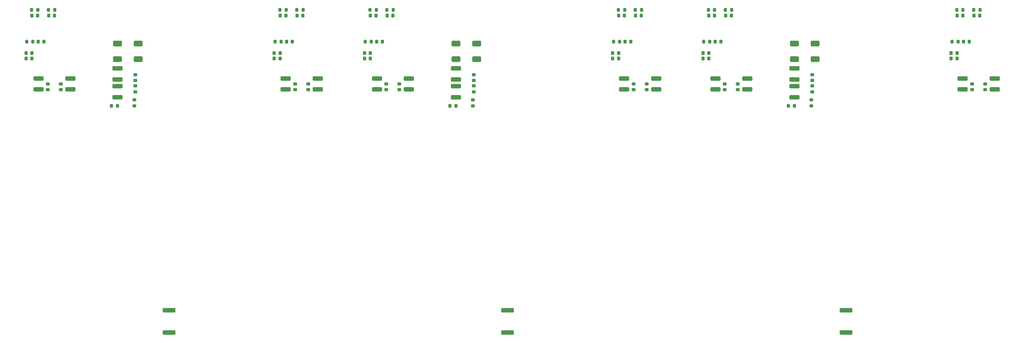
<source format=gbr>
%TF.GenerationSoftware,KiCad,Pcbnew,9.0.1*%
%TF.CreationDate,2025-07-31T04:03:31-05:00*%
%TF.ProjectId,TractionInverter,54726163-7469-46f6-9e49-6e7665727465,rev?*%
%TF.SameCoordinates,Original*%
%TF.FileFunction,Paste,Bot*%
%TF.FilePolarity,Positive*%
%FSLAX46Y46*%
G04 Gerber Fmt 4.6, Leading zero omitted, Abs format (unit mm)*
G04 Created by KiCad (PCBNEW 9.0.1) date 2025-07-31 04:03:31*
%MOMM*%
%LPD*%
G01*
G04 APERTURE LIST*
G04 Aperture macros list*
%AMRoundRect*
0 Rectangle with rounded corners*
0 $1 Rounding radius*
0 $2 $3 $4 $5 $6 $7 $8 $9 X,Y pos of 4 corners*
0 Add a 4 corners polygon primitive as box body*
4,1,4,$2,$3,$4,$5,$6,$7,$8,$9,$2,$3,0*
0 Add four circle primitives for the rounded corners*
1,1,$1+$1,$2,$3*
1,1,$1+$1,$4,$5*
1,1,$1+$1,$6,$7*
1,1,$1+$1,$8,$9*
0 Add four rect primitives between the rounded corners*
20,1,$1+$1,$2,$3,$4,$5,0*
20,1,$1+$1,$4,$5,$6,$7,0*
20,1,$1+$1,$6,$7,$8,$9,0*
20,1,$1+$1,$8,$9,$2,$3,0*%
G04 Aperture macros list end*
%ADD10RoundRect,0.250000X-1.425000X0.362500X-1.425000X-0.362500X1.425000X-0.362500X1.425000X0.362500X0*%
%ADD11RoundRect,0.200000X-0.200000X-0.275000X0.200000X-0.275000X0.200000X0.275000X-0.200000X0.275000X0*%
%ADD12RoundRect,0.200000X0.200000X0.275000X-0.200000X0.275000X-0.200000X-0.275000X0.200000X-0.275000X0*%
%ADD13RoundRect,0.200000X-0.275000X0.200000X-0.275000X-0.200000X0.275000X-0.200000X0.275000X0.200000X0*%
%ADD14RoundRect,0.250000X1.100000X-0.325000X1.100000X0.325000X-1.100000X0.325000X-1.100000X-0.325000X0*%
%ADD15RoundRect,0.225000X-0.250000X0.225000X-0.250000X-0.225000X0.250000X-0.225000X0.250000X0.225000X0*%
%ADD16RoundRect,0.225000X0.225000X0.250000X-0.225000X0.250000X-0.225000X-0.250000X0.225000X-0.250000X0*%
%ADD17RoundRect,0.225000X-0.225000X-0.250000X0.225000X-0.250000X0.225000X0.250000X-0.225000X0.250000X0*%
%ADD18RoundRect,0.225000X0.250000X-0.225000X0.250000X0.225000X-0.250000X0.225000X-0.250000X-0.225000X0*%
%ADD19RoundRect,0.250000X-1.100000X0.325000X-1.100000X-0.325000X1.100000X-0.325000X1.100000X0.325000X0*%
%ADD20RoundRect,0.249999X0.900001X-0.525001X0.900001X0.525001X-0.900001X0.525001X-0.900001X-0.525001X0*%
G04 APERTURE END LIST*
D10*
%TO.C,R76*%
X147643207Y-116397795D03*
X147643207Y-122322795D03*
%TD*%
D11*
%TO.C,R82*%
X109793207Y-44885295D03*
X111443207Y-44885295D03*
%TD*%
%TO.C,R85*%
X175833207Y-44885295D03*
X177483207Y-44885295D03*
%TD*%
D12*
%TO.C,R80*%
X117218207Y-36385295D03*
X115568207Y-36385295D03*
%TD*%
D11*
%TO.C,R81*%
X111068207Y-36385295D03*
X112718207Y-36385295D03*
%TD*%
D12*
%TO.C,R83*%
X183258207Y-36385295D03*
X181608207Y-36385295D03*
%TD*%
D11*
%TO.C,R84*%
X177108207Y-36385295D03*
X178758207Y-36385295D03*
%TD*%
D13*
%TO.C,R90*%
X138393207Y-60337795D03*
X138393207Y-61987795D03*
%TD*%
D12*
%TO.C,R91*%
X133948207Y-61912795D03*
X132298207Y-61912795D03*
%TD*%
D14*
%TO.C,C79*%
X112893207Y-57585295D03*
X112893207Y-54635295D03*
%TD*%
D15*
%TO.C,C83*%
X118893207Y-56085295D03*
X118893207Y-57635295D03*
%TD*%
D16*
%TO.C,C81*%
X112668207Y-37885295D03*
X111118207Y-37885295D03*
%TD*%
%TO.C,C76*%
X111168207Y-47860295D03*
X109618207Y-47860295D03*
%TD*%
D17*
%TO.C,C82*%
X112843207Y-44885295D03*
X114393207Y-44885295D03*
%TD*%
D16*
%TO.C,C77*%
X111168207Y-49360295D03*
X109618207Y-49360295D03*
%TD*%
D18*
%TO.C,C78*%
X115393207Y-57635295D03*
X115393207Y-56085295D03*
%TD*%
D16*
%TO.C,C85*%
X177168207Y-47860295D03*
X175618207Y-47860295D03*
%TD*%
D17*
%TO.C,C80*%
X115618207Y-37885295D03*
X117168207Y-37885295D03*
%TD*%
D16*
%TO.C,C86*%
X177168207Y-49360295D03*
X175618207Y-49360295D03*
%TD*%
D19*
%TO.C,C93*%
X187143207Y-54635295D03*
X187143207Y-57585295D03*
%TD*%
D14*
%TO.C,C88*%
X178643207Y-57585295D03*
X178643207Y-54635295D03*
%TD*%
D17*
%TO.C,C89*%
X183208207Y-37885295D03*
X181658207Y-37885295D03*
%TD*%
D19*
%TO.C,C84*%
X121393207Y-54635295D03*
X121393207Y-57585295D03*
%TD*%
D17*
%TO.C,C91*%
X178883207Y-44885295D03*
X180433207Y-44885295D03*
%TD*%
D15*
%TO.C,C92*%
X184643207Y-56085295D03*
X184643207Y-57635295D03*
%TD*%
D18*
%TO.C,C87*%
X181143207Y-57635295D03*
X181143207Y-56085295D03*
%TD*%
D16*
%TO.C,C90*%
X178708207Y-37885295D03*
X177158207Y-37885295D03*
%TD*%
D15*
%TO.C,C105*%
X138643207Y-56637795D03*
X138643207Y-58187795D03*
%TD*%
D19*
%TO.C,C106*%
X133893207Y-56687795D03*
X133893207Y-59637795D03*
%TD*%
D15*
%TO.C,C101*%
X138643207Y-53637795D03*
X138643207Y-55187795D03*
%TD*%
D19*
%TO.C,C102*%
X133893207Y-51937795D03*
X133893207Y-54887795D03*
%TD*%
D20*
%TO.C,C100*%
X133893207Y-49487795D03*
X133893207Y-45337795D03*
%TD*%
%TO.C,C107*%
X139393207Y-49487795D03*
X139393207Y-45337795D03*
%TD*%
D11*
%TO.C,R128*%
X268758207Y-36385295D03*
X267108207Y-36385295D03*
%TD*%
%TO.C,R126*%
X201443207Y-44885295D03*
X199793207Y-44885295D03*
%TD*%
%TO.C,R129*%
X267483207Y-44885295D03*
X265833207Y-44885295D03*
%TD*%
D12*
%TO.C,R124*%
X205568207Y-36385295D03*
X207218207Y-36385295D03*
%TD*%
D11*
%TO.C,R125*%
X202718207Y-36385295D03*
X201068207Y-36385295D03*
%TD*%
D12*
%TO.C,R127*%
X271608207Y-36385295D03*
X273258207Y-36385295D03*
%TD*%
D13*
%TO.C,R134*%
X228393207Y-61987795D03*
X228393207Y-60337795D03*
%TD*%
D12*
%TO.C,R135*%
X222298207Y-61912795D03*
X223948207Y-61912795D03*
%TD*%
D16*
%TO.C,C123*%
X199618207Y-49360295D03*
X201168207Y-49360295D03*
%TD*%
D14*
%TO.C,C125*%
X202893207Y-54635295D03*
X202893207Y-57585295D03*
%TD*%
D16*
%TO.C,C122*%
X199618207Y-47860295D03*
X201168207Y-47860295D03*
%TD*%
D18*
%TO.C,C124*%
X205393207Y-56085295D03*
X205393207Y-57635295D03*
%TD*%
D16*
%TO.C,C127*%
X201118207Y-37885295D03*
X202668207Y-37885295D03*
%TD*%
D17*
%TO.C,C128*%
X204393207Y-44885295D03*
X202843207Y-44885295D03*
%TD*%
D16*
%TO.C,C131*%
X265618207Y-47860295D03*
X267168207Y-47860295D03*
%TD*%
D17*
%TO.C,C135*%
X273208207Y-37885295D03*
X271658207Y-37885295D03*
%TD*%
D15*
%TO.C,C129*%
X208893207Y-57635295D03*
X208893207Y-56085295D03*
%TD*%
D14*
%TO.C,C134*%
X268643207Y-54635295D03*
X268643207Y-57585295D03*
%TD*%
D15*
%TO.C,C138*%
X274643207Y-57635295D03*
X274643207Y-56085295D03*
%TD*%
D16*
%TO.C,C132*%
X265618207Y-49360295D03*
X267168207Y-49360295D03*
%TD*%
D17*
%TO.C,C126*%
X207168207Y-37885295D03*
X205618207Y-37885295D03*
%TD*%
D19*
%TO.C,C130*%
X211393207Y-57585295D03*
X211393207Y-54635295D03*
%TD*%
D17*
%TO.C,C137*%
X270433207Y-44885295D03*
X268883207Y-44885295D03*
%TD*%
D18*
%TO.C,C133*%
X271143207Y-56085295D03*
X271143207Y-57635295D03*
%TD*%
D20*
%TO.C,C146*%
X223893207Y-45337795D03*
X223893207Y-49487795D03*
%TD*%
D16*
%TO.C,C136*%
X267158207Y-37885295D03*
X268708207Y-37885295D03*
%TD*%
D19*
%TO.C,C139*%
X277143207Y-57585295D03*
X277143207Y-54635295D03*
%TD*%
%TO.C,C148*%
X223893207Y-54887795D03*
X223893207Y-51937795D03*
%TD*%
D15*
%TO.C,C147*%
X228643207Y-55187795D03*
X228643207Y-53637795D03*
%TD*%
%TO.C,C151*%
X228643207Y-58187795D03*
X228643207Y-56637795D03*
%TD*%
D19*
%TO.C,C152*%
X223893207Y-59637795D03*
X223893207Y-56687795D03*
%TD*%
D20*
%TO.C,C153*%
X229393207Y-45337795D03*
X229393207Y-49487795D03*
%TD*%
D10*
%TO.C,R120*%
X237643207Y-122322795D03*
X237643207Y-116397795D03*
%TD*%
D15*
%TO.C,C30*%
X94643207Y-57635295D03*
X94643207Y-56085295D03*
%TD*%
D16*
%TO.C,C15*%
X19618207Y-49360295D03*
X21168207Y-49360295D03*
%TD*%
D15*
%TO.C,C49*%
X48643207Y-55187795D03*
X48643207Y-53637795D03*
%TD*%
D17*
%TO.C,C18*%
X27168207Y-37885295D03*
X25618207Y-37885295D03*
%TD*%
D20*
%TO.C,C55*%
X49393207Y-45337795D03*
X49393207Y-49487795D03*
%TD*%
D16*
%TO.C,C24*%
X85618207Y-49360295D03*
X87168207Y-49360295D03*
%TD*%
%TO.C,C19*%
X21118207Y-37885295D03*
X22668207Y-37885295D03*
%TD*%
D10*
%TO.C,R45*%
X57643207Y-122322795D03*
X57643207Y-116397795D03*
%TD*%
D19*
%TO.C,C31*%
X97143207Y-57585295D03*
X97143207Y-54635295D03*
%TD*%
%TO.C,C22*%
X31393207Y-57585295D03*
X31393207Y-54635295D03*
%TD*%
D14*
%TO.C,C17*%
X22893207Y-54635295D03*
X22893207Y-57585295D03*
%TD*%
D12*
%TO.C,R6*%
X91608207Y-36385295D03*
X93258207Y-36385295D03*
%TD*%
D17*
%TO.C,C29*%
X90433207Y-44885295D03*
X88883207Y-44885295D03*
%TD*%
D19*
%TO.C,C50*%
X43893207Y-54887795D03*
X43893207Y-51937795D03*
%TD*%
D17*
%TO.C,C20*%
X24393207Y-44885295D03*
X22843207Y-44885295D03*
%TD*%
D18*
%TO.C,C16*%
X25393207Y-56085295D03*
X25393207Y-57635295D03*
%TD*%
D11*
%TO.C,R8*%
X87483207Y-44885295D03*
X85833207Y-44885295D03*
%TD*%
D15*
%TO.C,C53*%
X48643207Y-58187795D03*
X48643207Y-56637795D03*
%TD*%
D12*
%TO.C,R40*%
X42298207Y-61912795D03*
X43948207Y-61912795D03*
%TD*%
D15*
%TO.C,C21*%
X28893207Y-57635295D03*
X28893207Y-56085295D03*
%TD*%
D11*
%TO.C,R7*%
X88758207Y-36385295D03*
X87108207Y-36385295D03*
%TD*%
D20*
%TO.C,C48*%
X43893207Y-45337795D03*
X43893207Y-49487795D03*
%TD*%
D18*
%TO.C,C25*%
X91143207Y-56085295D03*
X91143207Y-57635295D03*
%TD*%
D11*
%TO.C,R4*%
X22718207Y-36385295D03*
X21068207Y-36385295D03*
%TD*%
D13*
%TO.C,R39*%
X48393207Y-61987795D03*
X48393207Y-60337795D03*
%TD*%
D12*
%TO.C,R3*%
X25568207Y-36385295D03*
X27218207Y-36385295D03*
%TD*%
D19*
%TO.C,C54*%
X43893207Y-59637795D03*
X43893207Y-56687795D03*
%TD*%
D11*
%TO.C,R5*%
X21443207Y-44885295D03*
X19793207Y-44885295D03*
%TD*%
D17*
%TO.C,C27*%
X93208207Y-37885295D03*
X91658207Y-37885295D03*
%TD*%
D16*
%TO.C,C23*%
X85618207Y-47860295D03*
X87168207Y-47860295D03*
%TD*%
%TO.C,C28*%
X87158207Y-37885295D03*
X88708207Y-37885295D03*
%TD*%
D14*
%TO.C,C26*%
X88643207Y-54635295D03*
X88643207Y-57585295D03*
%TD*%
D16*
%TO.C,C14*%
X19618207Y-47860295D03*
X21168207Y-47860295D03*
%TD*%
M02*

</source>
